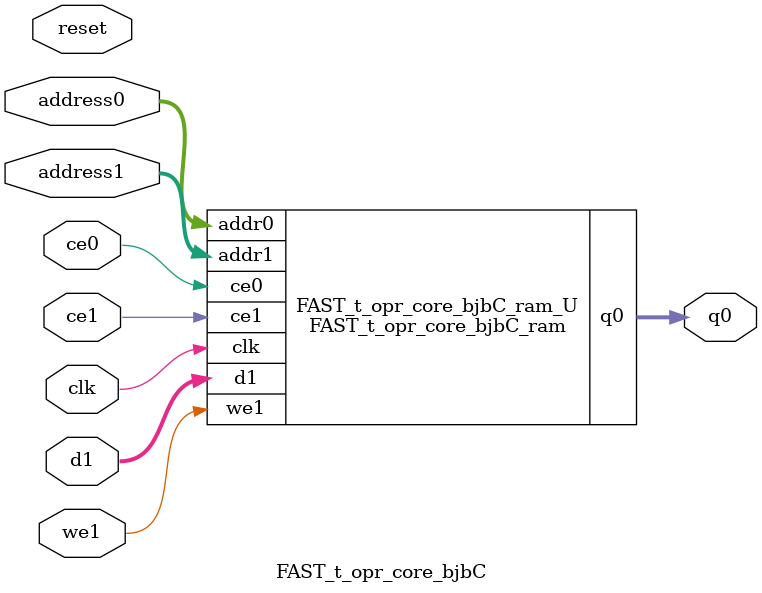
<source format=v>
`timescale 1 ns / 1 ps
module FAST_t_opr_core_bjbC_ram (addr0, ce0, q0, addr1, ce1, d1, we1,  clk);

parameter DWIDTH = 16;
parameter AWIDTH = 11;
parameter MEM_SIZE = 1031;

input[AWIDTH-1:0] addr0;
input ce0;
output reg[DWIDTH-1:0] q0;
input[AWIDTH-1:0] addr1;
input ce1;
input[DWIDTH-1:0] d1;
input we1;
input clk;

(* ram_style = "block" *)reg [DWIDTH-1:0] ram[0:MEM_SIZE-1];




always @(posedge clk)  
begin 
    if (ce0) 
    begin
        q0 <= ram[addr0];
    end
end


always @(posedge clk)  
begin 
    if (ce1) 
    begin
        if (we1) 
        begin 
            ram[addr1] <= d1; 
        end 
    end
end


endmodule

`timescale 1 ns / 1 ps
module FAST_t_opr_core_bjbC(
    reset,
    clk,
    address0,
    ce0,
    q0,
    address1,
    ce1,
    we1,
    d1);

parameter DataWidth = 32'd16;
parameter AddressRange = 32'd1031;
parameter AddressWidth = 32'd11;
input reset;
input clk;
input[AddressWidth - 1:0] address0;
input ce0;
output[DataWidth - 1:0] q0;
input[AddressWidth - 1:0] address1;
input ce1;
input we1;
input[DataWidth - 1:0] d1;



FAST_t_opr_core_bjbC_ram FAST_t_opr_core_bjbC_ram_U(
    .clk( clk ),
    .addr0( address0 ),
    .ce0( ce0 ),
    .q0( q0 ),
    .addr1( address1 ),
    .ce1( ce1 ),
    .we1( we1 ),
    .d1( d1 ));

endmodule


</source>
